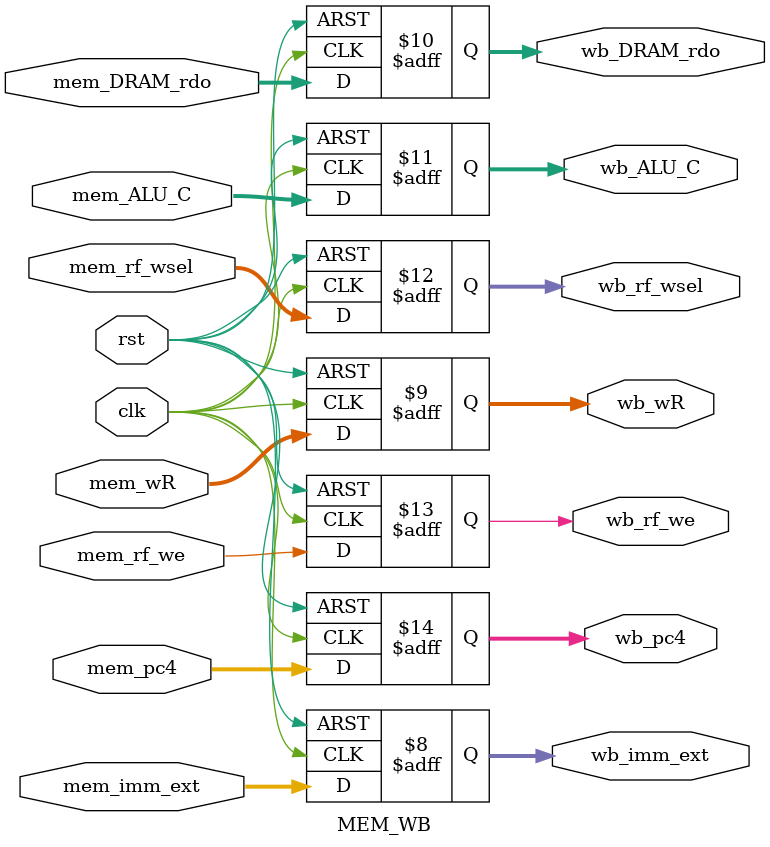
<source format=v>
`timescale 1ns/1ps

module MEM_WB (
    input wire clk,
    input wire rst,
    input wire [31:0] mem_pc4,
    input wire mem_rf_we,
    input wire [1:0] mem_rf_wsel,
    input wire [31:0] mem_ALU_C,
    input wire [31:0] mem_DRAM_rdo,
    input wire [4:0] mem_wR,
    input wire [31:0] mem_imm_ext,
    output reg [31:0] wb_pc4,
    output reg wb_rf_we,
    output reg [1:0] wb_rf_wsel,
    output reg [31:0] wb_ALU_C,
    output reg [31:0] wb_DRAM_rdo,
    output reg [4:0] wb_wR,
    output reg [31:0] wb_imm_ext
);

always @(posedge clk or posedge rst) begin
    if (rst)
        wb_pc4 <= 32'b0;
    else
        wb_pc4 <= mem_pc4;
end   

always @(posedge clk or posedge rst) begin
    if (rst)
        wb_rf_we <= 1'b0;
    else
        wb_rf_we <= mem_rf_we;
end

always @(posedge clk or posedge rst) begin
    if (rst)
        wb_rf_wsel <= 2'b0;
    else
        wb_rf_wsel <= mem_rf_wsel;
end

always @(posedge clk or posedge rst) begin
    if (rst)
        wb_ALU_C <= 32'b0;
    else
        wb_ALU_C <= mem_ALU_C;
end

always @(posedge clk or posedge rst) begin
    if (rst)
        wb_DRAM_rdo <= 32'b0;
    else
        wb_DRAM_rdo <= mem_DRAM_rdo;
end

always @(posedge clk or posedge rst) begin
    if (rst)
        wb_wR <= 5'b0;
    else
        wb_wR <= mem_wR;
end

always @(posedge clk or posedge rst) begin
    if (rst)
        wb_imm_ext <= 32'b0;
    else
        wb_imm_ext <= mem_imm_ext;
end

endmodule
</source>
